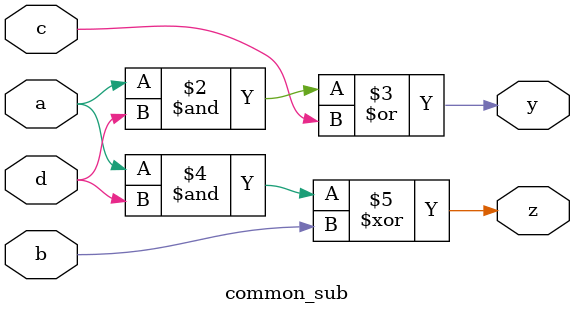
<source format=v>
module common_sub (
  output reg y, z,
  input a, b, c, d
);

always @ (*) begin
  y = (a & d) | c;
  z = (a & d) ^ b;
end
endmodule

</source>
